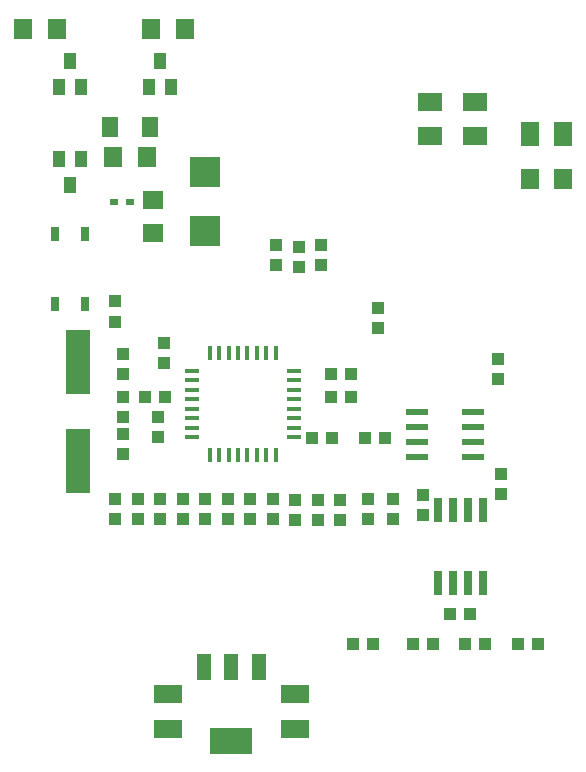
<source format=gbr>
G04 EAGLE Gerber X2 export*
%TF.Part,Single*%
%TF.FileFunction,Paste,Top*%
%TF.FilePolarity,Positive*%
%TF.GenerationSoftware,Autodesk,EAGLE,9.1.0*%
%TF.CreationDate,2018-08-14T15:45:10Z*%
G75*
%MOMM*%
%FSLAX34Y34*%
%LPD*%
%AMOC8*
5,1,8,0,0,1.08239X$1,22.5*%
G01*
%ADD10R,1.100000X1.000000*%
%ADD11R,1.000000X1.100000*%
%ADD12R,1.000000X1.400000*%
%ADD13R,1.600000X1.803000*%
%ADD14R,1.803000X1.600000*%
%ADD15R,1.400000X1.800000*%
%ADD16R,0.700000X0.500000*%
%ADD17R,2.500000X2.550000*%
%ADD18R,0.800000X1.200000*%
%ADD19R,1.600000X1.800000*%
%ADD20R,2.000000X1.600000*%
%ADD21R,1.600000X2.000000*%
%ADD22R,1.200000X0.400000*%
%ADD23R,0.400000X1.200000*%
%ADD24R,1.219200X2.235200*%
%ADD25R,3.600000X2.200000*%
%ADD26R,2.400000X1.600000*%
%ADD27R,2.000000X5.500000*%
%ADD28R,1.981200X0.558800*%
%ADD29R,0.660400X2.032000*%


D10*
X425450Y332250D03*
X425450Y349250D03*
D11*
X257175Y427500D03*
X257175Y444500D03*
X238125Y445625D03*
X238125Y428625D03*
D10*
X144000Y317500D03*
X127000Y317500D03*
X276225Y445625D03*
X276225Y428625D03*
X323850Y375113D03*
X323850Y392113D03*
D12*
X139700Y601550D03*
X149200Y579550D03*
X130200Y579550D03*
X63500Y601550D03*
X73000Y579550D03*
X54000Y579550D03*
D13*
X131830Y628650D03*
X160270Y628650D03*
X52320Y628650D03*
X23880Y628650D03*
X100080Y520700D03*
X128520Y520700D03*
D14*
X133350Y455680D03*
X133350Y484120D03*
D15*
X97300Y546100D03*
X131300Y546100D03*
D16*
X100950Y482600D03*
X113950Y482600D03*
D17*
X177800Y457350D03*
X177800Y507850D03*
D12*
X63500Y497000D03*
X54000Y519000D03*
X73000Y519000D03*
D18*
X76200Y455450D03*
X50800Y455450D03*
X50800Y395450D03*
X76200Y395450D03*
D10*
X101600Y398000D03*
X101600Y381000D03*
D19*
X452725Y501650D03*
X480725Y501650D03*
D20*
X368300Y538450D03*
X368300Y566450D03*
X406400Y538450D03*
X406400Y566450D03*
D21*
X480725Y539750D03*
X452725Y539750D03*
D22*
X166550Y307150D03*
X166550Y299150D03*
X166550Y291150D03*
X166550Y283150D03*
X166550Y315150D03*
X166550Y323150D03*
X166550Y331150D03*
X166550Y339150D03*
D23*
X205550Y268150D03*
X197550Y268150D03*
X189550Y268150D03*
X181550Y268150D03*
X213550Y268150D03*
X221550Y268150D03*
X229550Y268150D03*
X237550Y268150D03*
D22*
X252550Y283150D03*
X252550Y291150D03*
X252550Y299150D03*
X252550Y307150D03*
X252550Y315150D03*
X252550Y323150D03*
X252550Y331150D03*
X252550Y339150D03*
D23*
X237550Y354150D03*
X229550Y354150D03*
X221550Y354150D03*
X213550Y354150D03*
X205550Y354150D03*
X197550Y354150D03*
X189550Y354150D03*
X181550Y354150D03*
D24*
X223139Y88138D03*
X200025Y88138D03*
X176911Y88138D03*
D25*
X200025Y26160D03*
D26*
X146050Y65800D03*
X146050Y35800D03*
X254000Y35800D03*
X254000Y65800D03*
D27*
X69850Y346800D03*
X69850Y262800D03*
D28*
X404622Y266700D03*
X404622Y279400D03*
X404622Y292100D03*
X404622Y304800D03*
X357378Y304800D03*
X357378Y292100D03*
X357378Y279400D03*
X357378Y266700D03*
D11*
X428625Y251950D03*
X428625Y234950D03*
X107950Y353550D03*
X107950Y336550D03*
X107950Y268750D03*
X107950Y285750D03*
D10*
X107950Y300500D03*
X107950Y317500D03*
D11*
X142875Y363075D03*
X142875Y346075D03*
D10*
X285288Y282575D03*
X268288Y282575D03*
D11*
X138113Y283038D03*
X138113Y300038D03*
D10*
X313200Y282575D03*
X330200Y282575D03*
D29*
X412750Y221234D03*
X412750Y159766D03*
X400050Y221234D03*
X387350Y221234D03*
X400050Y159766D03*
X387350Y159766D03*
X374650Y221234D03*
X374650Y159766D03*
D11*
X361950Y233925D03*
X361950Y216925D03*
X301163Y336550D03*
X284163Y336550D03*
X301163Y317500D03*
X284163Y317500D03*
X385200Y133350D03*
X402200Y133350D03*
D10*
X442350Y107950D03*
X459350Y107950D03*
X397900Y107950D03*
X414900Y107950D03*
X370450Y107950D03*
X353450Y107950D03*
X302650Y107950D03*
X319650Y107950D03*
X254000Y229725D03*
X254000Y212725D03*
X273050Y229725D03*
X273050Y212725D03*
X292100Y229725D03*
X292100Y212725D03*
X101600Y230750D03*
X101600Y213750D03*
X120650Y230750D03*
X120650Y213750D03*
X139700Y230750D03*
X139700Y213750D03*
X158750Y230750D03*
X158750Y213750D03*
X177800Y230750D03*
X177800Y213750D03*
X196850Y230750D03*
X196850Y213750D03*
X215900Y230750D03*
X215900Y213750D03*
X234950Y230750D03*
X234950Y213750D03*
D11*
X315913Y230750D03*
X315913Y213750D03*
X336550Y230750D03*
X336550Y213750D03*
M02*

</source>
